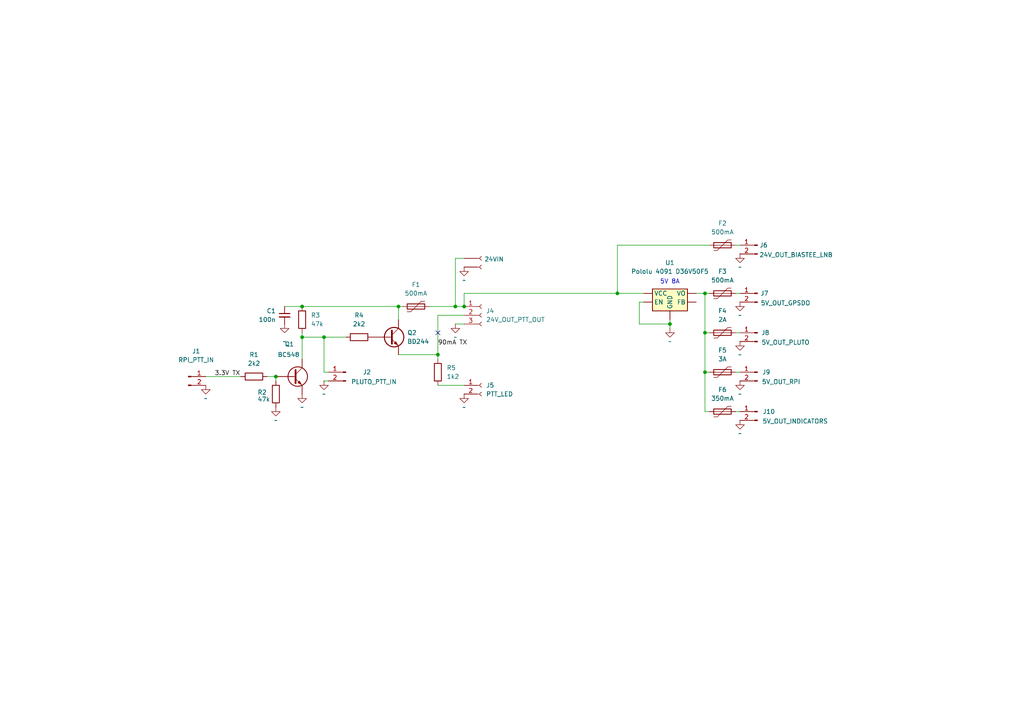
<source format=kicad_sch>
(kicad_sch (version 20231120) (generator "eeschema") (generator_version "8.0")
  (paper "A4")
  (lib_symbols
    (symbol "Conn_01x02_Socket_1" (pin_numbers hide) (pin_names (offset 1.016) hide)
      (property "Reference" "J" (at 0 2.54 0))
      (property "Value" "Conn_01x02_Socket" (at 0 -5.08 0))
      (symbol "Conn_01x02_Socket_1_1_1"
        (arc (start 0 -2.032) (mid -0.5058 -2.54) (end 0 -3.048) (stroke (width 0.1524)))
        (polyline (pts (xy -1.27 -2.54) (xy -0.508 -2.54)) (stroke (width 0.1524)))
        (polyline (pts (xy -1.27 0) (xy -0.508 0)) (stroke (width 0.1524)))
        (arc (start 0 0.508) (mid -0.5058 0) (end 0 -0.508) (stroke (width 0.1524)))
        (pin passive line (at -5.08 0 0) (length 3.81) (name "Pin_1") (number "1"))
        (pin passive line (at -5.08 -2.54 0) (length 3.81) (name "Pin_2") (number "2"))
      )
    )
    (symbol "Connector:Conn_01x02_Pin" (pin_names (offset 1.016) hide)
      (property "Reference" "J" (at 0 2.54 0))
      (property "Value" "Conn_01x02_Pin" (at 0 -5.08 0))
      (symbol "Conn_01x02_Pin_1_1"
        (polyline (pts (xy 1.27 -2.54) (xy 0.8636 -2.54)) (stroke (width 0.1524)))
        (polyline (pts (xy 1.27 0) (xy 0.8636 0)) (stroke (width 0.1524)))
        (rectangle (start 0.8636 -2.413) (end 0 -2.667) (stroke (width 0.1524)) (fill (type outline)))
        (rectangle (start 0.8636 0.127) (end 0 -0.127) (stroke (width 0.1524)) (fill (type outline)))
        (pin passive line (at 5.08 0 180) (length 3.81) (name "Pin_1") (number "1"))
        (pin passive line (at 5.08 -2.54 180) (length 3.81) (name "Pin_2") (number "2"))
      )
    )
    (symbol "Connector:Conn_01x02_Socket" (pin_names (offset 1.016) hide)
      (property "Reference" "J" (at 0 2.54 0))
      (property "Value" "Conn_01x02_Socket" (at 0 -5.08 0))
      (symbol "Conn_01x02_Socket_1_1"
        (arc (start 0 -2.032) (mid -0.5058 -2.54) (end 0 -3.048) (stroke (width 0.1524)))
        (polyline (pts (xy -1.27 -2.54) (xy -0.508 -2.54)) (stroke (width 0.1524)))
        (polyline (pts (xy -1.27 0) (xy -0.508 0)) (stroke (width 0.1524)))
        (arc (start 0 0.508) (mid -0.5058 0) (end 0 -0.508) (stroke (width 0.1524)))
        (pin passive line (at -5.08 0 0) (length 3.81) (name "Pin_1") (number "1"))
        (pin passive line (at -5.08 -2.54 0) (length 3.81) (name "Pin_2") (number "2"))
      )
    )
    (symbol "Connector:Conn_01x03_Socket" (pin_names (offset 1.016) hide)
      (property "Reference" "J" (at 0 5.08 0))
      (property "Value" "Conn_01x03_Socket" (at 0 -5.08 0))
      (symbol "Conn_01x03_Socket_1_1"
        (arc (start 0 -2.032) (mid -0.5058 -2.54) (end 0 -3.048) (stroke (width 0.1524)))
        (polyline (pts (xy -1.27 -2.54) (xy -0.508 -2.54)) (stroke (width 0.1524)))
        (polyline (pts (xy -1.27 0) (xy -0.508 0)) (stroke (width 0.1524)))
        (polyline (pts (xy -1.27 2.54) (xy -0.508 2.54)) (stroke (width 0.1524)))
        (arc (start 0 0.508) (mid -0.5058 0) (end 0 -0.508) (stroke (width 0.1524)))
        (arc (start 0 3.048) (mid -0.5058 2.54) (end 0 2.032) (stroke (width 0.1524)))
        (pin passive line (at -5.08 2.54 0) (length 3.81) (name "Pin_1") (number "1"))
        (pin passive line (at -5.08 0 0) (length 3.81) (name "Pin_2") (number "2"))
        (pin passive line (at -5.08 -2.54 0) (length 3.81) (name "Pin_3") (number "3"))
      )
    )
    (symbol "Device:C_Small" (pin_numbers hide) (pin_names (offset 0.254) hide)
      (property "Reference" "C" (at 0.254 1.778 0))
      (property "Value" "C_Small" (at 0.254 -2.032 0))
      (symbol "C_Small_0_1"
        (polyline (pts (xy -1.524 -0.508) (xy 1.524 -0.508)) (stroke (width 0.3302)))
        (polyline (pts (xy -1.524 0.508) (xy 1.524 0.508)) (stroke (width 0.3048)))
      )
      (symbol "C_Small_1_1"
        (pin passive line (at 0 2.54 270) (length 2.032) (name "~") (number "1"))
        (pin passive line (at 0 -2.54 90) (length 2.032) (name "~") (number "2"))
      )
    )
    (symbol "Device:Polyfuse" (pin_numbers hide) (pin_names (offset 0))
      (property "Reference" "F" (at -2.54 0 90))
      (property "Value" "Polyfuse" (at 2.54 0 90))
      (symbol "Polyfuse_0_1"
        (rectangle (start -0.762 2.54) (end 0.762 -2.54) (stroke (width 0.254)))
        (polyline (pts (xy 0 2.54) (xy 0 -2.54)))
        (polyline (pts (xy -1.524 2.54) (xy -1.524 1.524) (xy 1.524 -1.524) (xy 1.524 -2.54)))
      )
      (symbol "Polyfuse_1_1"
        (pin passive line (at 0 3.81 270) (length 1.27) (name "~") (number "1"))
        (pin passive line (at 0 -3.81 90) (length 1.27) (name "~") (number "2"))
      )
    )
    (symbol "Device:R" (pin_numbers hide) (pin_names (offset 0))
      (property "Reference" "R" (at 2.032 0 90))
      (property "Value" "R" (at 0 0 90))
      (symbol "R_0_1"
        (rectangle (start -1.016 -2.54) (end 1.016 2.54) (stroke (width 0.254)))
      )
      (symbol "R_1_1"
        (pin passive line (at 0 3.81 270) (length 1.27) (name "~") (number "1"))
        (pin passive line (at 0 -3.81 90) (length 1.27) (name "~") (number "2"))
      )
    )
    (symbol "Regulator_Linear:BD00FC0WFP" (pin_numbers hide)
      (property "Reference" "U" (at 0 7.62 0))
      (property "Value" "BD00FC0WFP" (at 0 5.08 0))
      (symbol "BD00FC0WFP_1_1"
        (rectangle (start -5.08 -5.08) (end 5.08 1.27) (stroke (width 0.254)) (fill (type background)))
        (pin input line (at -7.62 -2.54 0) (length 2.54) (name "EN") (number "1"))
        (pin power_in line (at -7.62 0 0) (length 2.54) (name "VCC") (number "2"))
        (pin power_in line (at 0 -7.62 90) (length 2.54) (name "GND") (number "3"))
        (pin power_out line (at 7.62 0 180) (length 2.54) (name "VO") (number "4"))
        (pin input line (at 7.62 -2.54 180) (length 2.54) (name "FB") (number "5"))
      )
    )
    (symbol "Transistor_BJT:BC548" (pin_numbers hide) (pin_names (offset 0) hide)
      (property "Reference" "Q" (at 5.08 1.905 0))
      (property "Value" "BC548" (at 5.08 0 0))
      (symbol "BC548_0_1"
        (polyline (pts (xy 0 0) (xy 0.635 0)))
        (polyline (pts (xy 0.635 0.635) (xy 2.54 2.54)))
        (polyline (pts (xy 0.635 -0.635) (xy 2.54 -2.54) (xy 2.54 -2.54)))
        (polyline (pts (xy 0.635 1.905) (xy 0.635 -1.905) (xy 0.635 -1.905)) (stroke (width 0.508)))
        (polyline (pts (xy 1.27 -1.778) (xy 1.778 -1.27) (xy 2.286 -2.286) (xy 1.27 -1.778) (xy 1.27 -1.778)) (fill (type outline)))
        (circle (center 1.27 0) (radius 2.8194) (stroke (width 0.254)))
      )
      (symbol "BC548_1_1"
        (pin passive line (at 2.54 5.08 270) (length 2.54) (name "C") (number "1"))
        (pin input line (at -5.08 0 0) (length 5.08) (name "B") (number "2"))
        (pin passive line (at 2.54 -5.08 90) (length 2.54) (name "E") (number "3"))
      )
    )
    (symbol "Transistor_BJT:BD249" (pin_numbers hide) (pin_names (offset 0) hide)
      (property "Reference" "Q" (at 6.35 1.905 0))
      (property "Value" "BD249" (at 6.35 0 0))
      (symbol "BD249_0_1"
        (polyline (pts (xy 0 0) (xy 0.635 0)))
        (polyline (pts (xy 2.54 2.54) (xy 0.635 0.635)))
        (polyline (pts (xy 0.635 1.905) (xy 0.635 -1.905) (xy 0.635 -1.905)) (stroke (width 0.508)))
        (polyline (pts (xy 2.286 -2.286) (xy 1.778 -1.778) (xy 1.778 -1.778)))
        (polyline (pts (xy 2.54 -2.54) (xy 0.635 -0.635) (xy 1.27 -1.27)) (fill (type outline)))
        (polyline (pts (xy 1.27 -1.778) (xy 1.778 -1.27) (xy 2.286 -2.286) (xy 1.27 -1.778) (xy 1.27 -1.778)) (fill (type outline)))
        (circle (center 1.27 0) (radius 2.8194) (stroke (width 0.3048)))
      )
      (symbol "BD249_1_1"
        (pin input line (at -5.08 0 0) (length 5.08) (name "B") (number "1"))
        (pin passive line (at 2.54 5.08 270) (length 2.54) (name "C") (number "2"))
        (pin passive line (at 2.54 -5.08 90) (length 2.54) (name "E") (number "3"))
      )
    )
    (symbol "power:GND" (power) (pin_numbers hide) (pin_names (offset 0) hide)
      (property "Value" "GND" (at 0 -3.81 0))
      (symbol "GND_0_1"
        (polyline (pts (xy 0 0) (xy 0 -1.27) (xy 1.27 -1.27) (xy 0 -2.54) (xy -1.27 -1.27) (xy 0 -1.27)))
      )
      (symbol "GND_1_1"
        (pin power_in line (at 0 0 270) (length 0) (name "~") (number "1"))
      )
    )
  )
  (junction (at 115.57 88.9))
  (junction (at 127 102.87))
  (junction (at 87.63 88.9))
  (junction (at 204.47 96.52))
  (junction (at 194.31 93.98))
  (junction (at 80.01 109.22))
  (junction (at 179.07 85.09))
  (junction (at 132.08 88.9))
  (junction (at 204.47 107.95))
  (junction (at 134.62 88.9))
  (junction (at 87.63 97.79))
  (junction (at 204.47 85.09))
  (junction (at 93.98 97.79))
  (no_connect (at 127 96.52))
  (wire (pts (xy 204.47 85.09) (xy 204.47 96.52)))
  (wire (pts (xy 134.62 93.98) (xy 132.08 93.98)))
  (wire (pts (xy 179.07 71.12) (xy 205.74 71.12)))
  (wire (pts (xy 77.47 109.22) (xy 80.01 109.22)))
  (wire (pts (xy 87.63 97.79) (xy 93.98 97.79)))
  (wire (pts (xy 80.01 110.49) (xy 80.01 109.22)))
  (wire (pts (xy 194.31 93.98) (xy 194.31 92.71)))
  (wire (pts (xy 134.62 88.9) (xy 132.08 88.9)))
  (wire (pts (xy 95.25 107.95) (xy 93.98 107.95)))
  (wire (pts (xy 213.36 96.52) (xy 214.63 96.52)))
  (wire (pts (xy 134.62 85.09) (xy 179.07 85.09)))
  (wire (pts (xy 179.07 71.12) (xy 179.07 85.09)))
  (wire (pts (xy 124.46 88.9) (xy 132.08 88.9)))
  (wire (pts (xy 115.57 88.9) (xy 115.57 92.71)))
  (wire (pts (xy 116.84 88.9) (xy 115.57 88.9)))
  (wire (pts (xy 82.55 88.9) (xy 87.63 88.9)))
  (wire (pts (xy 134.62 85.09) (xy 134.62 88.9)))
  (wire (pts (xy 204.47 107.95) (xy 204.47 119.38)))
  (wire (pts (xy 134.62 74.93) (xy 132.08 74.93)))
  (wire (pts (xy 87.63 88.9) (xy 115.57 88.9)))
  (wire (pts (xy 204.47 96.52) (xy 204.47 107.95)))
  (wire (pts (xy 127 91.44) (xy 134.62 91.44)))
  (wire (pts (xy 115.57 102.87) (xy 127 102.87)))
  (wire (pts (xy 213.36 107.95) (xy 214.63 107.95)))
  (wire (pts (xy 205.74 96.52) (xy 204.47 96.52)))
  (wire (pts (xy 185.42 93.98) (xy 194.31 93.98)))
  (wire (pts (xy 213.36 85.09) (xy 214.63 85.09)))
  (wire (pts (xy 205.74 107.95) (xy 204.47 107.95)))
  (wire (pts (xy 186.69 87.63) (xy 185.42 87.63)))
  (wire (pts (xy 93.98 97.79) (xy 100.33 97.79)))
  (wire (pts (xy 205.74 119.38) (xy 204.47 119.38)))
  (wire (pts (xy 127 104.14) (xy 127 102.87)))
  (wire (pts (xy 87.63 97.79) (xy 87.63 104.14)))
  (wire (pts (xy 213.36 119.38) (xy 214.63 119.38)))
  (wire (pts (xy 127 111.76) (xy 134.62 111.76)))
  (wire (pts (xy 59.69 109.22) (xy 69.85 109.22)))
  (wire (pts (xy 194.31 95.25) (xy 194.31 93.98)))
  (wire (pts (xy 87.63 97.79) (xy 87.63 96.52)))
  (wire (pts (xy 201.93 85.09) (xy 204.47 85.09)))
  (wire (pts (xy 204.47 85.09) (xy 205.74 85.09)))
  (wire (pts (xy 213.36 71.12) (xy 214.63 71.12)))
  (wire (pts (xy 132.08 74.93) (xy 132.08 88.9)))
  (wire (pts (xy 93.98 110.49) (xy 95.25 110.49)))
  (wire (pts (xy 127 91.44) (xy 127 102.87)))
  (wire (pts (xy 185.42 87.63) (xy 185.42 93.98)))
  (wire (pts (xy 179.07 85.09) (xy 186.69 85.09)))
  (wire (pts (xy 93.98 97.79) (xy 93.98 107.95)))
  (text "5V 8A" (at 194.31 81.788 0) (effects (font (size 1.27 1.27))))
  (label "3.3V TX" (at 62.23 109.22 0))
  (label "90mA TX" (at 127 100.33 0))
  (symbol (lib_id "Device:R") (at 87.63 92.71 0) (unit 1)
    (property "Reference" "R3" (at 90.17 91.4399 0) (effects (justify left)))
    (property "Value" "47k" (at 90.17 93.9799 0) (effects (justify left)))
    (property "Description" "Resistor" (effects (hide yes)))
  )
  (symbol (lib_id "power:GND") (at 59.69 111.76 0) (unit 1)
    (property "Reference" "#PWR01" (effects (hide yes)))
    (property "Value" "~" (at 59.69 115.57 0))
    (property "Description" "Power symbol creates a global label with name \"GND\" , ground" (effects (hide yes)))
  )
  (symbol (lib_name "Conn_01x02_Socket_1") (lib_id "Connector:Conn_01x02_Socket") (at 139.7 74.93 0) (unit 1)
    (property "Reference" "J3" (effects (hide yes)))
    (property "Value" "24VIN" (at 140.462 75.184 0) (effects (justify left)))
    (property "Description" "Generic connector, single row, 01x02, script generated" (effects (hide yes)))
  )
  (symbol (lib_id "power:GND") (at 134.62 114.3 0) (unit 1)
    (property "Reference" "#PWR08" (effects (hide yes)))
    (property "Value" "~" (at 134.62 118.11 0))
    (property "Description" "Power symbol creates a global label with name \"GND\" , ground" (effects (hide yes)))
  )
  (symbol (lib_id "power:GND") (at 214.63 87.63 0) (unit 1)
    (property "Reference" "#PWR011" (effects (hide yes)))
    (property "Value" "~" (at 214.63 91.44 0))
    (property "Description" "Power symbol creates a global label with name \"GND\" , ground" (effects (hide yes)))
  )
  (symbol (lib_id "Transistor_BJT:BD249") (at 113.03 97.79 0) (unit 1)
    (property "Reference" "Q2" (at 118.11 96.5199 0) (effects (justify left)))
    (property "Value" "BD244" (at 118.11 99.0599 0) (effects (justify left)))
    (property "Datasheet" "http://www.mospec.com.tw/pdf/power/BD249.pdf" (effects (hide yes)))
    (property "Description" "25A Ic, 55V Vce, Silicon Power NPN Transistors, SOT-93/TO247" (effects (hide yes)))
  )
  (symbol (lib_id "Transistor_BJT:BC548") (at 85.09 109.22 0) (unit 1)
    (property "Reference" "Q1" (at 82.55 99.822 0) (effects (justify left)))
    (property "Value" "BC548" (at 80.518 102.87 0) (effects (justify left)))
    (property "Footprint" "Package_TO_SOT_THT:TO-92_Inline" (effects (hide yes)))
    (property "Datasheet" "https://www.onsemi.com/pub/Collateral/BC550-D.pdf" (effects (hide yes)))
    (property "Description" "0.1A Ic, 30V Vce, Small Signal NPN Transistor, TO-92" (effects (hide yes)))
  )
  (symbol (lib_id "Device:Polyfuse") (at 209.55 119.38 90) (unit 1)
    (property "Reference" "F6" (at 209.55 113.03 90))
    (property "Value" "350mA" (at 209.55 115.57 90))
    (property "Description" "Resettable fuse, polymeric positive temperature coefficient" (effects (hide yes)))
  )
  (symbol (lib_id "Connector:Conn_01x02_Pin") (at 219.71 107.95 0) (mirror y) (unit 1)
    (property "Reference" "J9" (at 222.25 107.95 0))
    (property "Value" "5V_OUT_RPI" (at 226.568 110.744 0))
    (property "Description" "Generic connector, single row, 01x02, script generated" (effects (hide yes)))
  )
  (symbol (lib_id "power:GND") (at 93.98 110.49 0) (unit 1)
    (property "Reference" "#PWR05" (effects (hide yes)))
    (property "Value" "~" (at 93.98 114.3 0))
    (property "Description" "Power symbol creates a global label with name \"GND\" , ground" (effects (hide yes)))
  )
  (symbol (lib_id "Connector:Conn_01x02_Pin") (at 219.71 96.52 0) (mirror y) (unit 1)
    (property "Reference" "J8" (at 221.996 96.52 0))
    (property "Value" "5V_OUT_PLUTO" (at 227.838 99.314 0))
    (property "Description" "Generic connector, single row, 01x02, script generated" (effects (hide yes)))
  )
  (symbol (lib_id "Device:Polyfuse") (at 209.55 107.95 90) (unit 1)
    (property "Reference" "F5" (at 209.55 101.6 90))
    (property "Value" "3A" (at 209.55 104.14 90))
    (property "Description" "Resettable fuse, polymeric positive temperature coefficient" (effects (hide yes)))
  )
  (symbol (lib_id "Device:Polyfuse") (at 209.55 96.52 90) (unit 1)
    (property "Reference" "F4" (at 209.55 90.17 90))
    (property "Value" "2A" (at 209.55 92.71 90))
    (property "Description" "Resettable fuse, polymeric positive temperature coefficient" (effects (hide yes)))
  )
  (symbol (lib_id "Connector:Conn_01x02_Pin") (at 219.71 71.12 0) (mirror y) (unit 1)
    (property "Reference" "J6" (at 221.488 71.12 0))
    (property "Value" "24V_OUT_BIASTEE_LNB" (at 230.886 73.914 0))
    (property "Description" "Generic connector, single row, 01x02, script generated" (effects (hide yes)))
  )
  (symbol (lib_id "Device:R") (at 127 107.95 0) (unit 1)
    (property "Reference" "R5" (at 129.54 106.6799 0) (effects (justify left)))
    (property "Value" "1k2" (at 129.54 109.2199 0) (effects (justify left)))
    (property "Description" "Resistor" (effects (hide yes)))
  )
  (symbol (lib_id "power:GND") (at 134.62 77.47 0) (unit 1)
    (property "Reference" "#PWR07" (effects (hide yes)))
    (property "Value" "~" (at 134.62 81.28 0))
    (property "Description" "Power symbol creates a global label with name \"GND\" , ground" (effects (hide yes)))
  )
  (symbol (lib_id "Device:R") (at 80.01 114.3 0) (unit 1)
    (property "Reference" "R2" (at 74.676 113.792 0) (effects (justify left)))
    (property "Value" "47k" (at 74.676 115.824 0) (effects (justify left)))
    (property "Description" "Resistor" (effects (hide yes)))
  )
  (symbol (lib_id "power:GND") (at 214.63 99.06 0) (unit 1)
    (property "Reference" "#PWR012" (effects (hide yes)))
    (property "Value" "~" (at 214.63 102.87 0))
    (property "Description" "Power symbol creates a global label with name \"GND\" , ground" (effects (hide yes)))
  )
  (symbol (lib_id "Connector:Conn_01x02_Pin") (at 100.33 107.95 0) (mirror y) (unit 1)
    (property "Reference" "J2" (at 106.426 107.95 0))
    (property "Value" "PLUTO_PTT_IN" (at 108.458 110.744 0))
    (property "Description" "Generic connector, single row, 01x02, script generated" (effects (hide yes)))
  )
  (symbol (lib_id "Device:C_Small") (at 82.55 91.44 0) (mirror y) (unit 1)
    (property "Reference" "C1" (at 80.01 90.1762 0) (effects (justify left)))
    (property "Value" "100n" (at 80.01 92.7162 0) (effects (justify left)))
    (property "Description" "Unpolarized capacitor, small symbol" (effects (hide yes)))
  )
  (symbol (lib_id "power:GND") (at 214.63 73.66 0) (unit 1)
    (property "Reference" "#PWR010" (effects (hide yes)))
    (property "Value" "~" (at 214.63 77.47 0))
    (property "Description" "Power symbol creates a global label with name \"GND\" , ground" (effects (hide yes)))
  )
  (symbol (lib_id "power:GND") (at 87.63 114.3 0) (unit 1)
    (property "Reference" "#PWR04" (effects (hide yes)))
    (property "Value" "~" (at 87.63 118.11 0))
    (property "Description" "Power symbol creates a global label with name \"GND\" , ground" (effects (hide yes)))
  )
  (symbol (lib_id "Connector:Conn_01x02_Socket") (at 139.7 111.76 0) (unit 1)
    (property "Reference" "J5" (at 140.97 111.7599 0) (effects (justify left)))
    (property "Value" "PTT_LED" (at 140.97 114.2999 0) (effects (justify left)))
    (property "Description" "Generic connector, single row, 01x02, script generated" (effects (hide yes)))
  )
  (symbol (lib_id "Connector:Conn_01x02_Pin") (at 219.71 119.38 0) (mirror y) (unit 1)
    (property "Reference" "J10" (at 223.012 119.38 0))
    (property "Value" "5V_OUT_INDICATORS" (at 230.632 122.174 0))
    (property "Description" "Generic connector, single row, 01x02, script generated" (effects (hide yes)))
  )
  (symbol (lib_id "power:GND") (at 82.55 93.98 0) (unit 1)
    (property "Reference" "#PWR03" (effects (hide yes)))
    (property "Value" "~" (at 82.55 99.06 0))
    (property "Description" "Power symbol creates a global label with name \"GND\" , ground" (effects (hide yes)))
  )
  (symbol (lib_id "Device:R") (at 104.14 97.79 90) (unit 1)
    (property "Reference" "R4" (at 104.14 91.44 90))
    (property "Value" "2k2" (at 104.14 93.98 90))
    (property "Description" "Resistor" (effects (hide yes)))
  )
  (symbol (lib_id "Connector:Conn_01x02_Pin") (at 219.71 85.09 0) (mirror y) (unit 1)
    (property "Reference" "J7" (at 221.742 85.09 0))
    (property "Value" "5V_OUT_GPSDO" (at 227.838 87.884 0))
    (property "Description" "Generic connector, single row, 01x02, script generated" (effects (hide yes)))
  )
  (symbol (lib_id "Regulator_Linear:BD00FC0WFP") (at 194.31 85.09 0) (unit 1)
    (property "Reference" "U1" (at 194.31 76.2 0))
    (property "Value" "Pololu 4091 D36V50F5" (at 194.31 78.74 0))
    (property "Footprint" "Package_TO_SOT_SMD:TO-252-4" (effects (hide yes)))
    (property "Datasheet" "https://fscdn.rohm.com/en/products/databook/datasheet/ic/power/linear_regulator/bdxxfc0wefj-e.pdf" (effects (hide yes)))
    (property "Description" "1A, variable LDO regulator with OVP & TSP, with enable, TO-252" (effects (hide yes)))
  )
  (symbol (lib_id "Device:Polyfuse") (at 120.65 88.9 90) (unit 1)
    (property "Reference" "F1" (at 120.65 82.55 90))
    (property "Value" "500mA" (at 120.65 85.09 90))
    (property "Description" "Resettable fuse, polymeric positive temperature coefficient" (effects (hide yes)))
  )
  (symbol (lib_id "power:GND") (at 214.63 110.49 0) (unit 1)
    (property "Reference" "#PWR013" (effects (hide yes)))
    (property "Value" "~" (at 214.63 114.3 0))
    (property "Description" "Power symbol creates a global label with name \"GND\" , ground" (effects (hide yes)))
  )
  (symbol (lib_id "power:GND") (at 194.31 95.25 0) (unit 1)
    (property "Reference" "#PWR09" (effects (hide yes)))
    (property "Value" "~" (at 194.31 99.06 0))
    (property "Description" "Power symbol creates a global label with name \"GND\" , ground" (effects (hide yes)))
  )
  (symbol (lib_id "Connector:Conn_01x02_Pin") (at 54.61 109.22 0) (unit 1)
    (property "Reference" "J1" (at 56.896 101.854 0))
    (property "Value" "RPI_PTT_IN" (at 56.896 104.394 0))
    (property "Description" "Generic connector, single row, 01x02, script generated" (effects (hide yes)))
  )
  (symbol (lib_id "power:GND") (at 132.08 93.98 0) (unit 1)
    (property "Reference" "#PWR06" (effects (hide yes)))
    (property "Value" "~" (at 132.08 97.79 0))
    (property "Description" "Power symbol creates a global label with name \"GND\" , ground" (effects (hide yes)))
  )
  (symbol (lib_id "power:GND") (at 214.63 121.92 0) (unit 1)
    (property "Reference" "#PWR014" (effects (hide yes)))
    (property "Value" "~" (at 214.63 125.73 0))
    (property "Description" "Power symbol creates a global label with name \"GND\" , ground" (effects (hide yes)))
  )
  (symbol (lib_id "Device:Polyfuse") (at 209.55 85.09 90) (unit 1)
    (property "Reference" "F3" (at 209.55 78.74 90))
    (property "Value" "500mA" (at 209.55 81.28 90))
    (property "Description" "Resettable fuse, polymeric positive temperature coefficient" (effects (hide yes)))
  )
  (symbol (lib_id "power:GND") (at 80.01 118.11 0) (unit 1)
    (property "Reference" "#PWR02" (effects (hide yes)))
    (property "Value" "~" (at 80.01 121.92 0))
    (property "Description" "Power symbol creates a global label with name \"GND\" , ground" (effects (hide yes)))
  )
  (symbol (lib_id "Connector:Conn_01x03_Socket") (at 139.7 91.44 0) (unit 1)
    (property "Reference" "J4" (at 140.97 90.1699 0) (effects (justify left)))
    (property "Value" "24V_OUT_PTT_OUT" (at 140.97 92.7099 0) (effects (justify left)))
    (property "Description" "Generic connector, single row, 01x03, script generated" (effects (hide yes)))
  )
  (symbol (lib_id "Device:Polyfuse") (at 209.55 71.12 90) (unit 1)
    (property "Reference" "F2" (at 209.55 64.77 90))
    (property "Value" "500mA" (at 209.55 67.31 90))
    (property "Description" "Resettable fuse, polymeric positive temperature coefficient" (effects (hide yes)))
  )
  (symbol (lib_id "Device:R") (at 73.66 109.22 90) (unit 1)
    (property "Reference" "R1" (at 73.66 102.87 90))
    (property "Value" "2k2" (at 73.66 105.41 90))
    (property "Description" "Resistor" (effects (hide yes)))
  )
)
</source>
